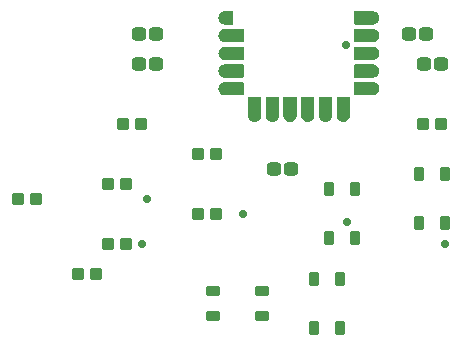
<source format=gts>
G04*
G04 #@! TF.GenerationSoftware,Altium Limited,Altium Designer,25.4.2 (15)*
G04*
G04 Layer_Color=8388736*
%FSLAX44Y44*%
%MOMM*%
G71*
G04*
G04 #@! TF.SameCoordinates,122F49FF-69CD-467C-8DFD-42ED72D14C47*
G04*
G04*
G04 #@! TF.FilePolarity,Negative*
G04*
G01*
G75*
G04:AMPARAMS|DCode=13|XSize=1mm|YSize=1.6mm|CornerRadius=0.25mm|HoleSize=0mm|Usage=FLASHONLY|Rotation=0.000|XOffset=0mm|YOffset=0mm|HoleType=Round|Shape=RoundedRectangle|*
%AMROUNDEDRECTD13*
21,1,1.0000,1.1000,0,0,0.0*
21,1,0.5000,1.6000,0,0,0.0*
1,1,0.5000,0.2500,-0.5500*
1,1,0.5000,-0.2500,-0.5500*
1,1,0.5000,-0.2500,0.5500*
1,1,0.5000,0.2500,0.5500*
%
%ADD13ROUNDEDRECTD13*%
G04:AMPARAMS|DCode=14|XSize=1.6mm|YSize=1mm|CornerRadius=0.25mm|HoleSize=0mm|Usage=FLASHONLY|Rotation=0.000|XOffset=0mm|YOffset=0mm|HoleType=Round|Shape=RoundedRectangle|*
%AMROUNDEDRECTD14*
21,1,1.6000,0.5000,0,0,0.0*
21,1,1.1000,1.0000,0,0,0.0*
1,1,0.5000,0.5500,-0.2500*
1,1,0.5000,-0.5500,-0.2500*
1,1,0.5000,-0.5500,0.2500*
1,1,0.5000,0.5500,0.2500*
%
%ADD14ROUNDEDRECTD14*%
G04:AMPARAMS|DCode=19|XSize=0.9mm|YSize=1mm|CornerRadius=0.225mm|HoleSize=0mm|Usage=FLASHONLY|Rotation=0.000|XOffset=0mm|YOffset=0mm|HoleType=Round|Shape=RoundedRectangle|*
%AMROUNDEDRECTD19*
21,1,0.9000,0.5500,0,0,0.0*
21,1,0.4500,1.0000,0,0,0.0*
1,1,0.4500,0.2250,-0.2750*
1,1,0.4500,-0.2250,-0.2750*
1,1,0.4500,-0.2250,0.2750*
1,1,0.4500,0.2250,0.2750*
%
%ADD19ROUNDEDRECTD19*%
G04:AMPARAMS|DCode=20|XSize=1.128mm|YSize=1.228mm|CornerRadius=0.314mm|HoleSize=0mm|Usage=FLASHONLY|Rotation=90.000|XOffset=0mm|YOffset=0mm|HoleType=Round|Shape=RoundedRectangle|*
%AMROUNDEDRECTD20*
21,1,1.1280,0.6000,0,0,90.0*
21,1,0.5000,1.2280,0,0,90.0*
1,1,0.6280,0.3000,0.2500*
1,1,0.6280,0.3000,-0.2500*
1,1,0.6280,-0.3000,-0.2500*
1,1,0.6280,-0.3000,0.2500*
%
%ADD20ROUNDEDRECTD20*%
G04:AMPARAMS|DCode=21|XSize=1.028mm|YSize=1.078mm|CornerRadius=0.289mm|HoleSize=0mm|Usage=FLASHONLY|Rotation=90.000|XOffset=0mm|YOffset=0mm|HoleType=Round|Shape=RoundedRectangle|*
%AMROUNDEDRECTD21*
21,1,1.0280,0.5000,0,0,90.0*
21,1,0.4500,1.0780,0,0,90.0*
1,1,0.5780,0.2500,0.2250*
1,1,0.5780,0.2500,-0.2250*
1,1,0.5780,-0.2500,-0.2250*
1,1,0.5780,-0.2500,0.2250*
%
%ADD21ROUNDEDRECTD21*%
G04:AMPARAMS|DCode=22|XSize=0.8532mm|YSize=1.2532mm|CornerRadius=0.2641mm|HoleSize=0mm|Usage=FLASHONLY|Rotation=0.000|XOffset=0mm|YOffset=0mm|HoleType=Round|Shape=RoundedRectangle|*
%AMROUNDEDRECTD22*
21,1,0.8532,0.7250,0,0,0.0*
21,1,0.3250,1.2532,0,0,0.0*
1,1,0.5282,0.1625,-0.3625*
1,1,0.5282,-0.1625,-0.3625*
1,1,0.5282,-0.1625,0.3625*
1,1,0.5282,0.1625,0.3625*
%
%ADD22ROUNDEDRECTD22*%
G04:AMPARAMS|DCode=23|XSize=0.8532mm|YSize=1.2532mm|CornerRadius=0.2641mm|HoleSize=0mm|Usage=FLASHONLY|Rotation=270.000|XOffset=0mm|YOffset=0mm|HoleType=Round|Shape=RoundedRectangle|*
%AMROUNDEDRECTD23*
21,1,0.8532,0.7250,0,0,270.0*
21,1,0.3250,1.2532,0,0,270.0*
1,1,0.5282,-0.3625,-0.1625*
1,1,0.5282,-0.3625,0.1625*
1,1,0.5282,0.3625,0.1625*
1,1,0.5282,0.3625,-0.1625*
%
%ADD23ROUNDEDRECTD23*%
%ADD24C,0.7112*%
G36*
X220833Y225684D02*
X220931Y225661D01*
X221024Y225622D01*
X221110Y225569D01*
X221187Y225504D01*
X221252Y225427D01*
X221305Y225341D01*
X221343Y225248D01*
X221367Y225150D01*
X221375Y225050D01*
Y215050D01*
X221367Y214950D01*
X221343Y214852D01*
X221305Y214758D01*
X221252Y214673D01*
X221187Y214596D01*
X221110Y214531D01*
X221024Y214478D01*
X220931Y214439D01*
X220833Y214416D01*
X220733Y214408D01*
X205733D01*
X205724Y214409D01*
X205716Y214408D01*
X205454Y214415D01*
X205438Y214417D01*
X205421D01*
X205160Y214437D01*
X205143Y214440D01*
X205126Y214441D01*
X204867Y214475D01*
X204850Y214479D01*
X204834Y214480D01*
X204576Y214528D01*
X204560Y214532D01*
X204543Y214535D01*
X204289Y214596D01*
X204273Y214601D01*
X204256Y214605D01*
X204005Y214679D01*
X203990Y214685D01*
X203973Y214690D01*
X203727Y214777D01*
X203711Y214784D01*
X203695Y214789D01*
X203453Y214889D01*
X203438Y214897D01*
X203423Y214903D01*
X203186Y215016D01*
X203172Y215024D01*
X203156Y215031D01*
X202926Y215156D01*
X202912Y215165D01*
X202897Y215173D01*
X202674Y215309D01*
X202661Y215319D01*
X202646Y215328D01*
X202430Y215476D01*
X202417Y215486D01*
X202403Y215496D01*
X202195Y215655D01*
X202183Y215666D01*
X202169Y215676D01*
X201970Y215846D01*
X201958Y215858D01*
X201945Y215869D01*
X201755Y216049D01*
X201744Y216061D01*
X201731Y216073D01*
X201551Y216262D01*
X201541Y216276D01*
X201529Y216287D01*
X201359Y216486D01*
X201349Y216500D01*
X201338Y216513D01*
X201178Y216720D01*
X201169Y216734D01*
X201159Y216747D01*
X201010Y216963D01*
X201002Y216978D01*
X200992Y216991D01*
X200855Y217215D01*
X200848Y217229D01*
X200838Y217244D01*
X200714Y217474D01*
X200707Y217489D01*
X200698Y217504D01*
X200585Y217740D01*
X200579Y217756D01*
X200572Y217771D01*
X200472Y218013D01*
X200466Y218029D01*
X200460Y218044D01*
X200372Y218291D01*
X200368Y218307D01*
X200362Y218323D01*
X200287Y218574D01*
X200284Y218590D01*
X200279Y218606D01*
X200218Y218861D01*
X200215Y218877D01*
X200211Y218894D01*
X200163Y219151D01*
X200161Y219168D01*
X200158Y219184D01*
X200124Y219444D01*
X200123Y219460D01*
X200120Y219477D01*
X200100Y219738D01*
Y219755D01*
X200098Y219772D01*
X200091Y220033D01*
X200092Y220050D01*
X200091Y220067D01*
X200098Y220328D01*
X200100Y220345D01*
Y220362D01*
X200120Y220623D01*
X200123Y220640D01*
X200124Y220657D01*
X200158Y220916D01*
X200161Y220932D01*
X200163Y220949D01*
X200211Y221207D01*
X200215Y221223D01*
X200218Y221239D01*
X200279Y221494D01*
X200284Y221510D01*
X200287Y221527D01*
X200362Y221777D01*
X200368Y221793D01*
X200372Y221809D01*
X200460Y222056D01*
X200466Y222071D01*
X200472Y222087D01*
X200572Y222329D01*
X200579Y222344D01*
X200585Y222360D01*
X200698Y222596D01*
X200707Y222611D01*
X200714Y222626D01*
X200838Y222856D01*
X200848Y222871D01*
X200855Y222885D01*
X200992Y223109D01*
X201002Y223122D01*
X201010Y223137D01*
X201159Y223353D01*
X201169Y223365D01*
X201178Y223380D01*
X201338Y223587D01*
X201349Y223600D01*
X201359Y223613D01*
X201529Y223813D01*
X201541Y223825D01*
X201551Y223838D01*
X201731Y224028D01*
X201744Y224039D01*
X201755Y224051D01*
X201945Y224231D01*
X201958Y224242D01*
X201970Y224254D01*
X202169Y224424D01*
X202183Y224434D01*
X202195Y224445D01*
X202403Y224604D01*
X202417Y224614D01*
X202430Y224624D01*
X202646Y224772D01*
X202661Y224781D01*
X202674Y224791D01*
X202897Y224928D01*
X202912Y224935D01*
X202926Y224944D01*
X203157Y225069D01*
X203172Y225076D01*
X203186Y225084D01*
X203423Y225197D01*
X203438Y225203D01*
X203453Y225211D01*
X203695Y225311D01*
X203711Y225316D01*
X203727Y225323D01*
X203973Y225410D01*
X203990Y225415D01*
X204005Y225421D01*
X204256Y225495D01*
X204273Y225499D01*
X204289Y225504D01*
X204543Y225565D01*
X204560Y225568D01*
X204576Y225572D01*
X204834Y225620D01*
X204850Y225621D01*
X204867Y225625D01*
X205126Y225659D01*
X205143Y225660D01*
X205160Y225663D01*
X205421Y225683D01*
X205438D01*
X205454Y225685D01*
X205716Y225692D01*
X205724Y225691D01*
X205733Y225692D01*
X220733D01*
X220833Y225684D01*
D02*
G37*
G36*
X235833Y213184D02*
X235931Y213161D01*
X236024Y213122D01*
X236110Y213069D01*
X236187Y213004D01*
X236252Y212927D01*
X236305Y212841D01*
X236343Y212748D01*
X236367Y212650D01*
X236375Y212550D01*
Y197550D01*
X236374Y197542D01*
X236374Y197533D01*
X236368Y197272D01*
X236366Y197255D01*
Y197238D01*
X236345Y196977D01*
X236343Y196960D01*
X236342Y196944D01*
X236308Y196684D01*
X236304Y196668D01*
X236302Y196651D01*
X236255Y196394D01*
X236250Y196377D01*
X236248Y196361D01*
X236187Y196106D01*
X236181Y196090D01*
X236178Y196074D01*
X236103Y195823D01*
X236098Y195807D01*
X236093Y195791D01*
X236006Y195544D01*
X235999Y195529D01*
X235994Y195513D01*
X235894Y195271D01*
X235886Y195256D01*
X235880Y195240D01*
X235767Y195004D01*
X235759Y194989D01*
X235752Y194974D01*
X235627Y194744D01*
X235618Y194729D01*
X235610Y194715D01*
X235473Y194491D01*
X235464Y194478D01*
X235455Y194463D01*
X235307Y194247D01*
X235296Y194234D01*
X235287Y194220D01*
X235128Y194013D01*
X235117Y194000D01*
X235107Y193986D01*
X234937Y193787D01*
X234925Y193775D01*
X234914Y193762D01*
X234734Y193573D01*
X234721Y193561D01*
X234710Y193549D01*
X234520Y193369D01*
X234507Y193358D01*
X234495Y193346D01*
X234296Y193176D01*
X234283Y193166D01*
X234270Y193155D01*
X234062Y192996D01*
X234048Y192986D01*
X234035Y192976D01*
X233820Y192828D01*
X233805Y192819D01*
X233791Y192809D01*
X233568Y192673D01*
X233553Y192665D01*
X233539Y192656D01*
X233309Y192531D01*
X233294Y192524D01*
X233279Y192516D01*
X233043Y192403D01*
X233027Y192397D01*
X233012Y192389D01*
X232770Y192289D01*
X232754Y192284D01*
X232739Y192277D01*
X232492Y192190D01*
X232476Y192185D01*
X232460Y192179D01*
X232209Y192105D01*
X232193Y192101D01*
X232177Y192096D01*
X231922Y192035D01*
X231905Y192032D01*
X231889Y192028D01*
X231632Y191980D01*
X231615Y191979D01*
X231599Y191975D01*
X231339Y191941D01*
X231322Y191940D01*
X231306Y191937D01*
X231045Y191917D01*
X231028D01*
X231011Y191915D01*
X230749Y191908D01*
X230733Y191909D01*
X230716Y191908D01*
X230454Y191915D01*
X230438Y191917D01*
X230421D01*
X230160Y191937D01*
X230143Y191940D01*
X230126Y191941D01*
X229867Y191975D01*
X229850Y191979D01*
X229834Y191980D01*
X229576Y192028D01*
X229560Y192032D01*
X229543Y192035D01*
X229289Y192096D01*
X229273Y192101D01*
X229256Y192105D01*
X229005Y192179D01*
X228990Y192185D01*
X228973Y192190D01*
X228727Y192277D01*
X228711Y192284D01*
X228695Y192289D01*
X228453Y192389D01*
X228438Y192397D01*
X228423Y192403D01*
X228186Y192516D01*
X228172Y192524D01*
X228156Y192531D01*
X227926Y192656D01*
X227912Y192665D01*
X227897Y192673D01*
X227674Y192809D01*
X227661Y192819D01*
X227646Y192828D01*
X227430Y192976D01*
X227417Y192986D01*
X227403Y192996D01*
X227195Y193155D01*
X227183Y193166D01*
X227169Y193176D01*
X226970Y193346D01*
X226958Y193358D01*
X226945Y193369D01*
X226755Y193549D01*
X226744Y193561D01*
X226731Y193573D01*
X226551Y193762D01*
X226541Y193776D01*
X226529Y193787D01*
X226359Y193986D01*
X226349Y194000D01*
X226338Y194013D01*
X226178Y194220D01*
X226169Y194234D01*
X226159Y194247D01*
X226010Y194463D01*
X226002Y194478D01*
X225992Y194491D01*
X225855Y194715D01*
X225848Y194729D01*
X225838Y194744D01*
X225714Y194974D01*
X225707Y194989D01*
X225698Y195004D01*
X225585Y195240D01*
X225579Y195256D01*
X225572Y195271D01*
X225472Y195513D01*
X225466Y195529D01*
X225460Y195544D01*
X225372Y195791D01*
X225368Y195807D01*
X225362Y195823D01*
X225287Y196074D01*
X225284Y196090D01*
X225279Y196106D01*
X225218Y196361D01*
X225215Y196377D01*
X225211Y196394D01*
X225163Y196651D01*
X225161Y196668D01*
X225158Y196684D01*
X225124Y196944D01*
X225123Y196960D01*
X225120Y196977D01*
X225100Y197238D01*
Y197255D01*
X225098Y197272D01*
X225091Y197533D01*
X225091Y197542D01*
X225091Y197550D01*
Y212550D01*
X225099Y212650D01*
X225122Y212748D01*
X225161Y212841D01*
X225213Y212927D01*
X225279Y213004D01*
X225355Y213069D01*
X225441Y213122D01*
X225534Y213161D01*
X225632Y213184D01*
X225733Y213192D01*
X235733D01*
X235833Y213184D01*
D02*
G37*
G36*
X250833D02*
X250931Y213161D01*
X251024Y213122D01*
X251110Y213069D01*
X251187Y213004D01*
X251252Y212927D01*
X251305Y212841D01*
X251343Y212748D01*
X251367Y212650D01*
X251375Y212550D01*
Y197550D01*
X251374Y197542D01*
X251374Y197533D01*
X251368Y197271D01*
X251366Y197255D01*
Y197238D01*
X251345Y196977D01*
X251343Y196960D01*
X251342Y196944D01*
X251308Y196684D01*
X251304Y196668D01*
X251302Y196651D01*
X251255Y196394D01*
X251250Y196377D01*
X251248Y196361D01*
X251187Y196106D01*
X251181Y196090D01*
X251178Y196074D01*
X251103Y195823D01*
X251098Y195807D01*
X251093Y195791D01*
X251006Y195544D01*
X250999Y195529D01*
X250994Y195513D01*
X250894Y195271D01*
X250886Y195256D01*
X250880Y195240D01*
X250767Y195004D01*
X250759Y194989D01*
X250752Y194974D01*
X250627Y194744D01*
X250618Y194730D01*
X250610Y194715D01*
X250473Y194491D01*
X250464Y194478D01*
X250455Y194463D01*
X250307Y194247D01*
X250296Y194235D01*
X250287Y194220D01*
X250128Y194013D01*
X250117Y194000D01*
X250107Y193986D01*
X249937Y193787D01*
X249925Y193776D01*
X249914Y193762D01*
X249734Y193573D01*
X249721Y193561D01*
X249710Y193549D01*
X249520Y193369D01*
X249507Y193358D01*
X249495Y193346D01*
X249296Y193176D01*
X249283Y193166D01*
X249270Y193155D01*
X249062Y192996D01*
X249048Y192986D01*
X249035Y192976D01*
X248820Y192828D01*
X248805Y192819D01*
X248791Y192809D01*
X248568Y192673D01*
X248553Y192665D01*
X248539Y192656D01*
X248309Y192531D01*
X248294Y192524D01*
X248279Y192516D01*
X248043Y192403D01*
X248027Y192397D01*
X248012Y192389D01*
X247770Y192289D01*
X247754Y192284D01*
X247739Y192277D01*
X247492Y192190D01*
X247476Y192185D01*
X247460Y192179D01*
X247209Y192105D01*
X247193Y192101D01*
X247177Y192096D01*
X246922Y192035D01*
X246905Y192032D01*
X246889Y192028D01*
X246632Y191980D01*
X246615Y191979D01*
X246599Y191975D01*
X246339Y191941D01*
X246322Y191940D01*
X246306Y191937D01*
X246045Y191917D01*
X246028D01*
X246011Y191915D01*
X245749Y191908D01*
X245733Y191909D01*
X245716Y191908D01*
X245454Y191915D01*
X245438Y191917D01*
X245421D01*
X245160Y191937D01*
X245143Y191940D01*
X245126Y191941D01*
X244867Y191975D01*
X244850Y191979D01*
X244834Y191980D01*
X244576Y192028D01*
X244560Y192032D01*
X244543Y192035D01*
X244289Y192096D01*
X244273Y192101D01*
X244256Y192105D01*
X244005Y192179D01*
X243990Y192185D01*
X243973Y192190D01*
X243727Y192277D01*
X243711Y192284D01*
X243695Y192289D01*
X243453Y192389D01*
X243438Y192397D01*
X243423Y192403D01*
X243186Y192516D01*
X243172Y192524D01*
X243156Y192531D01*
X242926Y192656D01*
X242912Y192665D01*
X242897Y192673D01*
X242674Y192809D01*
X242661Y192819D01*
X242646Y192828D01*
X242430Y192976D01*
X242417Y192986D01*
X242403Y192996D01*
X242195Y193155D01*
X242183Y193166D01*
X242169Y193176D01*
X241970Y193346D01*
X241958Y193358D01*
X241945Y193369D01*
X241755Y193549D01*
X241744Y193561D01*
X241731Y193573D01*
X241551Y193762D01*
X241541Y193776D01*
X241529Y193787D01*
X241359Y193986D01*
X241349Y194000D01*
X241338Y194013D01*
X241178Y194220D01*
X241169Y194234D01*
X241159Y194247D01*
X241010Y194463D01*
X241002Y194478D01*
X240992Y194491D01*
X240855Y194715D01*
X240848Y194729D01*
X240838Y194744D01*
X240714Y194974D01*
X240707Y194989D01*
X240698Y195004D01*
X240585Y195240D01*
X240579Y195256D01*
X240572Y195271D01*
X240472Y195513D01*
X240466Y195529D01*
X240460Y195544D01*
X240372Y195791D01*
X240368Y195807D01*
X240362Y195823D01*
X240287Y196074D01*
X240284Y196090D01*
X240279Y196106D01*
X240218Y196361D01*
X240215Y196377D01*
X240211Y196394D01*
X240163Y196651D01*
X240161Y196668D01*
X240158Y196684D01*
X240124Y196944D01*
X240123Y196961D01*
X240120Y196977D01*
X240100Y197238D01*
Y197255D01*
X240098Y197271D01*
X240091Y197533D01*
X240091Y197542D01*
X240091Y197550D01*
Y212550D01*
X240099Y212650D01*
X240122Y212748D01*
X240161Y212841D01*
X240213Y212927D01*
X240279Y213004D01*
X240355Y213069D01*
X240441Y213122D01*
X240534Y213161D01*
X240632Y213184D01*
X240733Y213192D01*
X250733D01*
X250833Y213184D01*
D02*
G37*
G36*
X265833D02*
X265931Y213161D01*
X266024Y213122D01*
X266110Y213069D01*
X266187Y213004D01*
X266252Y212927D01*
X266305Y212841D01*
X266343Y212748D01*
X266367Y212650D01*
X266375Y212550D01*
Y197550D01*
X266374Y197542D01*
X266374Y197533D01*
X266368Y197271D01*
X266366Y197255D01*
Y197238D01*
X266345Y196977D01*
X266343Y196960D01*
X266342Y196944D01*
X266308Y196684D01*
X266304Y196668D01*
X266302Y196651D01*
X266255Y196394D01*
X266250Y196377D01*
X266248Y196361D01*
X266187Y196106D01*
X266181Y196090D01*
X266178Y196074D01*
X266103Y195823D01*
X266098Y195807D01*
X266093Y195791D01*
X266006Y195544D01*
X265999Y195529D01*
X265994Y195513D01*
X265893Y195271D01*
X265886Y195256D01*
X265880Y195240D01*
X265767Y195004D01*
X265759Y194989D01*
X265752Y194974D01*
X265627Y194744D01*
X265618Y194730D01*
X265610Y194715D01*
X265473Y194491D01*
X265464Y194478D01*
X265455Y194463D01*
X265307Y194247D01*
X265296Y194235D01*
X265287Y194220D01*
X265128Y194013D01*
X265117Y194000D01*
X265107Y193986D01*
X264937Y193787D01*
X264925Y193776D01*
X264914Y193762D01*
X264734Y193573D01*
X264721Y193561D01*
X264710Y193549D01*
X264520Y193369D01*
X264507Y193358D01*
X264495Y193346D01*
X264296Y193176D01*
X264283Y193166D01*
X264270Y193155D01*
X264062Y192996D01*
X264048Y192986D01*
X264035Y192976D01*
X263820Y192828D01*
X263805Y192819D01*
X263791Y192809D01*
X263568Y192673D01*
X263553Y192665D01*
X263539Y192656D01*
X263309Y192531D01*
X263294Y192524D01*
X263279Y192516D01*
X263043Y192403D01*
X263027Y192397D01*
X263012Y192389D01*
X262770Y192289D01*
X262754Y192284D01*
X262739Y192277D01*
X262492Y192190D01*
X262476Y192185D01*
X262460Y192179D01*
X262209Y192105D01*
X262193Y192101D01*
X262177Y192096D01*
X261922Y192035D01*
X261905Y192032D01*
X261889Y192028D01*
X261632Y191980D01*
X261615Y191979D01*
X261599Y191975D01*
X261339Y191941D01*
X261322Y191940D01*
X261306Y191937D01*
X261045Y191917D01*
X261028D01*
X261011Y191915D01*
X260749Y191908D01*
X260733Y191909D01*
X260716Y191908D01*
X260454Y191915D01*
X260438Y191917D01*
X260421D01*
X260160Y191937D01*
X260143Y191940D01*
X260126Y191941D01*
X259867Y191975D01*
X259850Y191979D01*
X259834Y191980D01*
X259576Y192028D01*
X259560Y192032D01*
X259543Y192035D01*
X259289Y192096D01*
X259273Y192101D01*
X259256Y192105D01*
X259005Y192179D01*
X258990Y192185D01*
X258973Y192190D01*
X258727Y192277D01*
X258711Y192284D01*
X258695Y192289D01*
X258453Y192389D01*
X258438Y192397D01*
X258423Y192403D01*
X258186Y192516D01*
X258172Y192524D01*
X258156Y192531D01*
X257926Y192656D01*
X257912Y192665D01*
X257897Y192673D01*
X257674Y192809D01*
X257661Y192819D01*
X257646Y192828D01*
X257430Y192976D01*
X257417Y192986D01*
X257403Y192996D01*
X257195Y193155D01*
X257183Y193166D01*
X257169Y193176D01*
X256970Y193346D01*
X256958Y193358D01*
X256945Y193369D01*
X256755Y193549D01*
X256744Y193561D01*
X256731Y193573D01*
X256551Y193762D01*
X256541Y193776D01*
X256529Y193787D01*
X256359Y193986D01*
X256349Y194000D01*
X256338Y194013D01*
X256178Y194220D01*
X256169Y194234D01*
X256159Y194247D01*
X256010Y194463D01*
X256002Y194478D01*
X255992Y194491D01*
X255855Y194715D01*
X255848Y194729D01*
X255838Y194744D01*
X255714Y194974D01*
X255707Y194989D01*
X255698Y195004D01*
X255585Y195240D01*
X255579Y195256D01*
X255572Y195271D01*
X255472Y195513D01*
X255466Y195529D01*
X255460Y195544D01*
X255372Y195791D01*
X255368Y195807D01*
X255362Y195823D01*
X255288Y196074D01*
X255284Y196090D01*
X255279Y196106D01*
X255218Y196361D01*
X255215Y196377D01*
X255211Y196394D01*
X255163Y196651D01*
X255161Y196667D01*
X255158Y196684D01*
X255124Y196943D01*
X255123Y196960D01*
X255120Y196977D01*
X255100Y197238D01*
Y197255D01*
X255098Y197271D01*
X255091Y197533D01*
X255091Y197542D01*
X255091Y197550D01*
Y212550D01*
X255099Y212650D01*
X255122Y212748D01*
X255161Y212841D01*
X255213Y212927D01*
X255279Y213004D01*
X255355Y213069D01*
X255441Y213122D01*
X255534Y213161D01*
X255632Y213184D01*
X255733Y213192D01*
X265733D01*
X265833Y213184D01*
D02*
G37*
G36*
X220833Y240684D02*
X220931Y240661D01*
X221024Y240622D01*
X221110Y240569D01*
X221187Y240504D01*
X221252Y240427D01*
X221305Y240341D01*
X221343Y240248D01*
X221367Y240150D01*
X221375Y240050D01*
Y230050D01*
X221367Y229950D01*
X221343Y229852D01*
X221305Y229758D01*
X221252Y229673D01*
X221187Y229596D01*
X221110Y229531D01*
X221024Y229478D01*
X220931Y229439D01*
X220833Y229416D01*
X220733Y229408D01*
X205733D01*
X205724Y229409D01*
X205716Y229408D01*
X205454Y229415D01*
X205438Y229417D01*
X205421D01*
X205160Y229437D01*
X205143Y229440D01*
X205126Y229441D01*
X204867Y229475D01*
X204850Y229479D01*
X204834Y229480D01*
X204576Y229528D01*
X204560Y229532D01*
X204543Y229535D01*
X204289Y229596D01*
X204273Y229601D01*
X204256Y229605D01*
X204005Y229679D01*
X203990Y229685D01*
X203973Y229690D01*
X203727Y229777D01*
X203711Y229784D01*
X203695Y229789D01*
X203453Y229889D01*
X203438Y229897D01*
X203423Y229903D01*
X203186Y230016D01*
X203172Y230024D01*
X203156Y230031D01*
X202926Y230156D01*
X202912Y230165D01*
X202897Y230173D01*
X202674Y230309D01*
X202661Y230319D01*
X202646Y230328D01*
X202430Y230476D01*
X202417Y230486D01*
X202403Y230496D01*
X202195Y230655D01*
X202183Y230666D01*
X202169Y230676D01*
X201970Y230846D01*
X201958Y230858D01*
X201945Y230869D01*
X201755Y231049D01*
X201744Y231061D01*
X201731Y231073D01*
X201551Y231262D01*
X201541Y231276D01*
X201529Y231287D01*
X201359Y231486D01*
X201349Y231500D01*
X201338Y231513D01*
X201178Y231720D01*
X201169Y231734D01*
X201159Y231747D01*
X201010Y231963D01*
X201002Y231978D01*
X200992Y231991D01*
X200855Y232215D01*
X200848Y232229D01*
X200838Y232244D01*
X200714Y232474D01*
X200707Y232489D01*
X200698Y232504D01*
X200585Y232740D01*
X200579Y232756D01*
X200572Y232771D01*
X200472Y233013D01*
X200466Y233029D01*
X200460Y233044D01*
X200372Y233291D01*
X200368Y233307D01*
X200362Y233323D01*
X200287Y233574D01*
X200284Y233590D01*
X200279Y233606D01*
X200218Y233861D01*
X200215Y233877D01*
X200211Y233894D01*
X200163Y234151D01*
X200161Y234168D01*
X200158Y234184D01*
X200124Y234444D01*
X200123Y234460D01*
X200120Y234477D01*
X200100Y234738D01*
Y234755D01*
X200098Y234772D01*
X200091Y235033D01*
X200092Y235050D01*
X200091Y235067D01*
X200098Y235329D01*
X200100Y235345D01*
Y235362D01*
X200120Y235623D01*
X200123Y235640D01*
X200124Y235657D01*
X200158Y235916D01*
X200161Y235932D01*
X200163Y235949D01*
X200211Y236207D01*
X200215Y236223D01*
X200218Y236239D01*
X200279Y236494D01*
X200284Y236510D01*
X200287Y236527D01*
X200362Y236777D01*
X200368Y236793D01*
X200372Y236809D01*
X200460Y237056D01*
X200466Y237071D01*
X200472Y237087D01*
X200572Y237329D01*
X200579Y237344D01*
X200586Y237360D01*
X200698Y237596D01*
X200707Y237611D01*
X200714Y237626D01*
X200838Y237856D01*
X200848Y237871D01*
X200855Y237885D01*
X200992Y238109D01*
X201002Y238122D01*
X201010Y238137D01*
X201159Y238353D01*
X201169Y238366D01*
X201178Y238380D01*
X201338Y238587D01*
X201349Y238600D01*
X201359Y238613D01*
X201529Y238813D01*
X201541Y238825D01*
X201551Y238838D01*
X201731Y239028D01*
X201744Y239039D01*
X201755Y239051D01*
X201945Y239231D01*
X201958Y239242D01*
X201970Y239254D01*
X202169Y239424D01*
X202183Y239434D01*
X202195Y239445D01*
X202403Y239604D01*
X202417Y239614D01*
X202430Y239624D01*
X202646Y239772D01*
X202661Y239781D01*
X202674Y239791D01*
X202897Y239928D01*
X202912Y239935D01*
X202926Y239944D01*
X203157Y240069D01*
X203172Y240076D01*
X203186Y240084D01*
X203423Y240197D01*
X203438Y240203D01*
X203453Y240211D01*
X203695Y240311D01*
X203711Y240316D01*
X203727Y240323D01*
X203973Y240410D01*
X203990Y240415D01*
X204005Y240421D01*
X204256Y240495D01*
X204273Y240499D01*
X204289Y240504D01*
X204543Y240565D01*
X204560Y240568D01*
X204576Y240572D01*
X204834Y240620D01*
X204850Y240621D01*
X204867Y240625D01*
X205126Y240659D01*
X205143Y240660D01*
X205160Y240663D01*
X205421Y240683D01*
X205438D01*
X205454Y240685D01*
X205716Y240692D01*
X205724Y240691D01*
X205733Y240692D01*
X220733D01*
X220833Y240684D01*
D02*
G37*
G36*
Y255684D02*
X220931Y255661D01*
X221024Y255622D01*
X221110Y255569D01*
X221187Y255504D01*
X221252Y255427D01*
X221305Y255341D01*
X221343Y255248D01*
X221367Y255150D01*
X221375Y255050D01*
Y245050D01*
X221367Y244950D01*
X221343Y244852D01*
X221305Y244758D01*
X221252Y244673D01*
X221187Y244596D01*
X221110Y244531D01*
X221024Y244478D01*
X220931Y244439D01*
X220833Y244416D01*
X220733Y244408D01*
X205733D01*
X205724Y244409D01*
X205716Y244408D01*
X205454Y244415D01*
X205438Y244417D01*
X205421D01*
X205160Y244437D01*
X205143Y244440D01*
X205126Y244441D01*
X204867Y244475D01*
X204850Y244479D01*
X204834Y244480D01*
X204576Y244528D01*
X204560Y244532D01*
X204543Y244535D01*
X204289Y244596D01*
X204273Y244601D01*
X204256Y244605D01*
X204005Y244679D01*
X203990Y244685D01*
X203973Y244690D01*
X203727Y244777D01*
X203711Y244784D01*
X203695Y244789D01*
X203453Y244889D01*
X203438Y244897D01*
X203423Y244903D01*
X203186Y245016D01*
X203172Y245024D01*
X203156Y245031D01*
X202926Y245156D01*
X202912Y245165D01*
X202897Y245173D01*
X202674Y245309D01*
X202661Y245319D01*
X202646Y245328D01*
X202430Y245476D01*
X202417Y245486D01*
X202403Y245496D01*
X202195Y245655D01*
X202183Y245666D01*
X202169Y245676D01*
X201970Y245846D01*
X201958Y245858D01*
X201945Y245869D01*
X201755Y246049D01*
X201744Y246061D01*
X201731Y246073D01*
X201551Y246262D01*
X201541Y246276D01*
X201529Y246287D01*
X201359Y246486D01*
X201349Y246500D01*
X201338Y246513D01*
X201178Y246720D01*
X201169Y246734D01*
X201159Y246747D01*
X201010Y246963D01*
X201002Y246978D01*
X200992Y246991D01*
X200855Y247215D01*
X200848Y247229D01*
X200838Y247244D01*
X200714Y247474D01*
X200707Y247489D01*
X200698Y247504D01*
X200585Y247740D01*
X200579Y247756D01*
X200572Y247771D01*
X200472Y248013D01*
X200466Y248029D01*
X200460Y248044D01*
X200372Y248291D01*
X200368Y248307D01*
X200362Y248323D01*
X200287Y248574D01*
X200284Y248590D01*
X200279Y248606D01*
X200218Y248861D01*
X200215Y248877D01*
X200211Y248894D01*
X200163Y249151D01*
X200161Y249168D01*
X200158Y249184D01*
X200124Y249444D01*
X200123Y249460D01*
X200120Y249477D01*
X200100Y249738D01*
Y249755D01*
X200098Y249772D01*
X200091Y250033D01*
X200092Y250050D01*
X200091Y250067D01*
X200098Y250329D01*
X200100Y250345D01*
Y250362D01*
X200120Y250623D01*
X200123Y250640D01*
X200124Y250656D01*
X200158Y250916D01*
X200161Y250932D01*
X200163Y250949D01*
X200211Y251207D01*
X200215Y251223D01*
X200218Y251239D01*
X200279Y251494D01*
X200284Y251510D01*
X200287Y251526D01*
X200362Y251777D01*
X200368Y251793D01*
X200372Y251809D01*
X200460Y252056D01*
X200466Y252071D01*
X200472Y252087D01*
X200572Y252329D01*
X200579Y252344D01*
X200585Y252360D01*
X200698Y252596D01*
X200707Y252611D01*
X200714Y252626D01*
X200838Y252856D01*
X200848Y252871D01*
X200855Y252885D01*
X200992Y253109D01*
X201002Y253122D01*
X201010Y253137D01*
X201159Y253353D01*
X201169Y253366D01*
X201178Y253380D01*
X201338Y253587D01*
X201349Y253600D01*
X201359Y253613D01*
X201529Y253813D01*
X201541Y253825D01*
X201551Y253838D01*
X201731Y254028D01*
X201744Y254039D01*
X201755Y254051D01*
X201945Y254231D01*
X201958Y254242D01*
X201970Y254254D01*
X202169Y254424D01*
X202183Y254434D01*
X202195Y254445D01*
X202403Y254604D01*
X202417Y254614D01*
X202430Y254624D01*
X202646Y254772D01*
X202661Y254781D01*
X202674Y254791D01*
X202897Y254928D01*
X202912Y254935D01*
X202926Y254944D01*
X203157Y255069D01*
X203172Y255076D01*
X203186Y255084D01*
X203423Y255197D01*
X203438Y255203D01*
X203453Y255211D01*
X203695Y255311D01*
X203711Y255316D01*
X203727Y255323D01*
X203973Y255410D01*
X203990Y255415D01*
X204005Y255421D01*
X204256Y255495D01*
X204273Y255499D01*
X204289Y255504D01*
X204543Y255565D01*
X204560Y255568D01*
X204576Y255572D01*
X204834Y255620D01*
X204850Y255621D01*
X204867Y255625D01*
X205126Y255659D01*
X205143Y255660D01*
X205160Y255663D01*
X205421Y255683D01*
X205438D01*
X205454Y255685D01*
X205716Y255692D01*
X205724Y255691D01*
X205733Y255692D01*
X220733D01*
X220833Y255684D01*
D02*
G37*
G36*
Y270684D02*
X220931Y270661D01*
X221024Y270622D01*
X221110Y270569D01*
X221187Y270504D01*
X221252Y270427D01*
X221305Y270341D01*
X221343Y270248D01*
X221367Y270150D01*
X221375Y270050D01*
Y260050D01*
X221367Y259950D01*
X221343Y259852D01*
X221305Y259758D01*
X221252Y259673D01*
X221187Y259596D01*
X221110Y259531D01*
X221024Y259478D01*
X220931Y259439D01*
X220833Y259416D01*
X220733Y259408D01*
X205733D01*
X205724Y259409D01*
X205716Y259408D01*
X205454Y259415D01*
X205438Y259417D01*
X205421D01*
X205160Y259437D01*
X205143Y259440D01*
X205126Y259441D01*
X204867Y259475D01*
X204850Y259479D01*
X204834Y259480D01*
X204576Y259528D01*
X204560Y259532D01*
X204543Y259535D01*
X204289Y259596D01*
X204273Y259601D01*
X204256Y259605D01*
X204005Y259679D01*
X203990Y259685D01*
X203973Y259690D01*
X203727Y259777D01*
X203711Y259784D01*
X203695Y259789D01*
X203453Y259889D01*
X203438Y259897D01*
X203423Y259903D01*
X203186Y260016D01*
X203172Y260024D01*
X203157Y260031D01*
X202926Y260156D01*
X202912Y260165D01*
X202897Y260173D01*
X202674Y260309D01*
X202661Y260319D01*
X202646Y260327D01*
X202430Y260476D01*
X202417Y260486D01*
X202403Y260496D01*
X202195Y260655D01*
X202183Y260666D01*
X202169Y260676D01*
X201970Y260846D01*
X201958Y260858D01*
X201945Y260869D01*
X201755Y261049D01*
X201744Y261061D01*
X201731Y261073D01*
X201551Y261262D01*
X201541Y261276D01*
X201529Y261287D01*
X201359Y261486D01*
X201349Y261500D01*
X201338Y261513D01*
X201178Y261720D01*
X201169Y261734D01*
X201159Y261747D01*
X201010Y261963D01*
X201002Y261978D01*
X200992Y261991D01*
X200855Y262215D01*
X200848Y262229D01*
X200838Y262244D01*
X200714Y262474D01*
X200707Y262489D01*
X200698Y262504D01*
X200585Y262740D01*
X200579Y262756D01*
X200572Y262771D01*
X200472Y263013D01*
X200466Y263029D01*
X200460Y263044D01*
X200372Y263291D01*
X200368Y263307D01*
X200362Y263323D01*
X200287Y263574D01*
X200284Y263590D01*
X200279Y263606D01*
X200218Y263861D01*
X200215Y263877D01*
X200211Y263894D01*
X200163Y264151D01*
X200161Y264168D01*
X200158Y264184D01*
X200124Y264444D01*
X200123Y264460D01*
X200120Y264477D01*
X200100Y264738D01*
Y264755D01*
X200098Y264772D01*
X200091Y265033D01*
X200092Y265050D01*
X200091Y265067D01*
X200098Y265329D01*
X200100Y265345D01*
Y265362D01*
X200120Y265623D01*
X200123Y265640D01*
X200124Y265656D01*
X200158Y265916D01*
X200161Y265932D01*
X200163Y265949D01*
X200211Y266207D01*
X200215Y266223D01*
X200218Y266239D01*
X200279Y266494D01*
X200284Y266510D01*
X200287Y266526D01*
X200362Y266777D01*
X200368Y266793D01*
X200372Y266809D01*
X200460Y267056D01*
X200466Y267071D01*
X200472Y267087D01*
X200572Y267329D01*
X200579Y267344D01*
X200585Y267360D01*
X200698Y267596D01*
X200707Y267611D01*
X200714Y267626D01*
X200838Y267856D01*
X200848Y267871D01*
X200855Y267885D01*
X200992Y268109D01*
X201002Y268122D01*
X201010Y268137D01*
X201159Y268353D01*
X201169Y268366D01*
X201178Y268380D01*
X201338Y268587D01*
X201349Y268600D01*
X201359Y268614D01*
X201529Y268813D01*
X201541Y268825D01*
X201551Y268838D01*
X201731Y269028D01*
X201744Y269039D01*
X201755Y269051D01*
X201945Y269231D01*
X201958Y269242D01*
X201970Y269254D01*
X202169Y269424D01*
X202183Y269434D01*
X202195Y269445D01*
X202403Y269604D01*
X202417Y269614D01*
X202430Y269624D01*
X202646Y269772D01*
X202661Y269781D01*
X202674Y269791D01*
X202897Y269928D01*
X202912Y269935D01*
X202926Y269944D01*
X203156Y270069D01*
X203172Y270076D01*
X203186Y270084D01*
X203423Y270197D01*
X203438Y270203D01*
X203453Y270211D01*
X203695Y270311D01*
X203711Y270316D01*
X203727Y270323D01*
X203973Y270410D01*
X203990Y270415D01*
X204005Y270421D01*
X204256Y270495D01*
X204273Y270499D01*
X204289Y270504D01*
X204543Y270565D01*
X204560Y270568D01*
X204576Y270572D01*
X204834Y270620D01*
X204850Y270621D01*
X204867Y270625D01*
X205126Y270659D01*
X205143Y270660D01*
X205160Y270663D01*
X205421Y270683D01*
X205438D01*
X205454Y270685D01*
X205716Y270692D01*
X205724Y270691D01*
X205733Y270692D01*
X220733D01*
X220833Y270684D01*
D02*
G37*
G36*
X211833Y285684D02*
X211931Y285661D01*
X212024Y285622D01*
X212110Y285569D01*
X212187Y285504D01*
X212252Y285427D01*
X212305Y285341D01*
X212343Y285248D01*
X212367Y285150D01*
X212375Y285050D01*
Y275050D01*
X212367Y274950D01*
X212343Y274852D01*
X212305Y274758D01*
X212252Y274673D01*
X212187Y274596D01*
X212110Y274531D01*
X212024Y274478D01*
X211931Y274439D01*
X211833Y274416D01*
X211733Y274408D01*
X205733D01*
X205724Y274409D01*
X205716Y274408D01*
X205454Y274415D01*
X205438Y274417D01*
X205421D01*
X205160Y274437D01*
X205143Y274440D01*
X205126Y274441D01*
X204867Y274475D01*
X204850Y274479D01*
X204834Y274480D01*
X204576Y274528D01*
X204560Y274532D01*
X204543Y274535D01*
X204289Y274596D01*
X204273Y274601D01*
X204256Y274605D01*
X204005Y274679D01*
X203990Y274685D01*
X203973Y274690D01*
X203727Y274777D01*
X203711Y274784D01*
X203695Y274789D01*
X203453Y274889D01*
X203438Y274897D01*
X203423Y274903D01*
X203186Y275016D01*
X203172Y275024D01*
X203157Y275031D01*
X202926Y275156D01*
X202912Y275165D01*
X202897Y275173D01*
X202674Y275309D01*
X202661Y275319D01*
X202646Y275327D01*
X202430Y275476D01*
X202417Y275486D01*
X202403Y275496D01*
X202195Y275655D01*
X202183Y275666D01*
X202169Y275676D01*
X201970Y275846D01*
X201958Y275858D01*
X201945Y275869D01*
X201755Y276049D01*
X201744Y276061D01*
X201731Y276073D01*
X201551Y276262D01*
X201541Y276276D01*
X201529Y276287D01*
X201359Y276486D01*
X201349Y276500D01*
X201338Y276513D01*
X201178Y276720D01*
X201169Y276734D01*
X201159Y276747D01*
X201010Y276963D01*
X201002Y276978D01*
X200992Y276991D01*
X200855Y277215D01*
X200848Y277229D01*
X200838Y277244D01*
X200714Y277474D01*
X200707Y277489D01*
X200698Y277504D01*
X200585Y277740D01*
X200579Y277756D01*
X200572Y277771D01*
X200472Y278013D01*
X200466Y278029D01*
X200460Y278044D01*
X200372Y278291D01*
X200368Y278307D01*
X200362Y278323D01*
X200287Y278574D01*
X200284Y278590D01*
X200279Y278606D01*
X200218Y278861D01*
X200215Y278877D01*
X200211Y278894D01*
X200163Y279151D01*
X200161Y279168D01*
X200158Y279184D01*
X200124Y279444D01*
X200123Y279460D01*
X200120Y279477D01*
X200100Y279738D01*
Y279755D01*
X200098Y279772D01*
X200091Y280033D01*
X200092Y280050D01*
X200091Y280067D01*
X200098Y280328D01*
X200100Y280345D01*
Y280362D01*
X200120Y280623D01*
X200123Y280640D01*
X200124Y280656D01*
X200158Y280916D01*
X200161Y280932D01*
X200163Y280949D01*
X200211Y281206D01*
X200215Y281223D01*
X200218Y281239D01*
X200279Y281494D01*
X200284Y281510D01*
X200287Y281526D01*
X200362Y281777D01*
X200368Y281793D01*
X200372Y281809D01*
X200460Y282056D01*
X200466Y282071D01*
X200472Y282087D01*
X200572Y282329D01*
X200579Y282344D01*
X200585Y282360D01*
X200698Y282596D01*
X200707Y282611D01*
X200714Y282626D01*
X200838Y282856D01*
X200848Y282871D01*
X200855Y282885D01*
X200992Y283109D01*
X201002Y283122D01*
X201010Y283137D01*
X201159Y283353D01*
X201169Y283365D01*
X201178Y283380D01*
X201338Y283587D01*
X201349Y283600D01*
X201359Y283614D01*
X201529Y283813D01*
X201541Y283825D01*
X201551Y283838D01*
X201731Y284027D01*
X201744Y284039D01*
X201755Y284051D01*
X201945Y284231D01*
X201958Y284242D01*
X201970Y284254D01*
X202169Y284424D01*
X202183Y284434D01*
X202195Y284445D01*
X202403Y284604D01*
X202417Y284614D01*
X202430Y284624D01*
X202646Y284772D01*
X202661Y284781D01*
X202674Y284791D01*
X202897Y284928D01*
X202912Y284935D01*
X202926Y284944D01*
X203156Y285069D01*
X203172Y285076D01*
X203186Y285084D01*
X203423Y285197D01*
X203438Y285203D01*
X203453Y285211D01*
X203695Y285311D01*
X203711Y285316D01*
X203727Y285323D01*
X203973Y285410D01*
X203990Y285415D01*
X204005Y285421D01*
X204256Y285495D01*
X204273Y285499D01*
X204289Y285504D01*
X204543Y285565D01*
X204560Y285568D01*
X204576Y285572D01*
X204834Y285620D01*
X204850Y285621D01*
X204867Y285625D01*
X205126Y285659D01*
X205143Y285660D01*
X205160Y285663D01*
X205421Y285683D01*
X205438D01*
X205454Y285685D01*
X205716Y285692D01*
X205724Y285691D01*
X205733Y285692D01*
X211733D01*
X211833Y285684D01*
D02*
G37*
G36*
X280833Y213184D02*
X280931Y213161D01*
X281024Y213122D01*
X281110Y213069D01*
X281187Y213004D01*
X281252Y212927D01*
X281305Y212841D01*
X281343Y212748D01*
X281367Y212650D01*
X281375Y212550D01*
Y197550D01*
X281374Y197542D01*
X281374Y197533D01*
X281368Y197271D01*
X281366Y197255D01*
Y197238D01*
X281345Y196977D01*
X281343Y196961D01*
X281342Y196943D01*
X281308Y196684D01*
X281304Y196667D01*
X281302Y196651D01*
X281255Y196394D01*
X281250Y196377D01*
X281248Y196361D01*
X281187Y196106D01*
X281181Y196090D01*
X281178Y196074D01*
X281103Y195823D01*
X281098Y195807D01*
X281093Y195791D01*
X281006Y195544D01*
X280999Y195529D01*
X280994Y195513D01*
X280893Y195271D01*
X280886Y195256D01*
X280880Y195240D01*
X280767Y195004D01*
X280759Y194989D01*
X280752Y194974D01*
X280627Y194744D01*
X280618Y194729D01*
X280610Y194715D01*
X280473Y194491D01*
X280464Y194478D01*
X280455Y194463D01*
X280307Y194247D01*
X280296Y194235D01*
X280287Y194220D01*
X280128Y194013D01*
X280117Y194000D01*
X280107Y193986D01*
X279937Y193787D01*
X279925Y193776D01*
X279914Y193762D01*
X279734Y193573D01*
X279721Y193561D01*
X279710Y193549D01*
X279520Y193369D01*
X279507Y193358D01*
X279495Y193346D01*
X279296Y193176D01*
X279283Y193166D01*
X279270Y193155D01*
X279062Y192996D01*
X279048Y192987D01*
X279035Y192976D01*
X278820Y192828D01*
X278805Y192819D01*
X278791Y192809D01*
X278568Y192673D01*
X278553Y192665D01*
X278539Y192656D01*
X278309Y192531D01*
X278294Y192524D01*
X278279Y192516D01*
X278043Y192403D01*
X278027Y192397D01*
X278012Y192389D01*
X277770Y192289D01*
X277754Y192284D01*
X277739Y192277D01*
X277492Y192190D01*
X277476Y192185D01*
X277460Y192179D01*
X277209Y192105D01*
X277193Y192101D01*
X277177Y192096D01*
X276922Y192035D01*
X276905Y192032D01*
X276889Y192028D01*
X276632Y191980D01*
X276615Y191979D01*
X276599Y191975D01*
X276339Y191941D01*
X276322Y191940D01*
X276306Y191937D01*
X276045Y191917D01*
X276028D01*
X276011Y191915D01*
X275749Y191908D01*
X275733Y191909D01*
X275716Y191908D01*
X275454Y191915D01*
X275438Y191917D01*
X275421D01*
X275160Y191937D01*
X275143Y191940D01*
X275126Y191941D01*
X274867Y191975D01*
X274850Y191979D01*
X274834Y191980D01*
X274576Y192028D01*
X274560Y192032D01*
X274543Y192035D01*
X274289Y192096D01*
X274273Y192101D01*
X274256Y192105D01*
X274005Y192179D01*
X273990Y192185D01*
X273973Y192190D01*
X273727Y192277D01*
X273711Y192284D01*
X273695Y192289D01*
X273453Y192389D01*
X273438Y192397D01*
X273423Y192403D01*
X273186Y192516D01*
X273172Y192524D01*
X273156Y192531D01*
X272926Y192656D01*
X272912Y192665D01*
X272897Y192673D01*
X272674Y192809D01*
X272661Y192819D01*
X272646Y192828D01*
X272430Y192976D01*
X272417Y192986D01*
X272403Y192996D01*
X272195Y193155D01*
X272183Y193166D01*
X272169Y193176D01*
X271970Y193346D01*
X271958Y193358D01*
X271945Y193369D01*
X271755Y193549D01*
X271744Y193561D01*
X271731Y193573D01*
X271551Y193762D01*
X271541Y193776D01*
X271529Y193787D01*
X271359Y193986D01*
X271349Y194000D01*
X271338Y194013D01*
X271178Y194220D01*
X271169Y194234D01*
X271159Y194247D01*
X271010Y194463D01*
X271002Y194478D01*
X270992Y194491D01*
X270855Y194715D01*
X270848Y194729D01*
X270838Y194744D01*
X270714Y194974D01*
X270707Y194989D01*
X270698Y195004D01*
X270585Y195240D01*
X270579Y195256D01*
X270572Y195271D01*
X270472Y195513D01*
X270466Y195529D01*
X270460Y195544D01*
X270372Y195791D01*
X270368Y195807D01*
X270362Y195823D01*
X270287Y196074D01*
X270284Y196090D01*
X270279Y196106D01*
X270218Y196361D01*
X270215Y196377D01*
X270211Y196394D01*
X270163Y196651D01*
X270161Y196668D01*
X270158Y196684D01*
X270124Y196944D01*
X270123Y196960D01*
X270120Y196977D01*
X270100Y197238D01*
Y197255D01*
X270098Y197271D01*
X270091Y197533D01*
X270091Y197542D01*
X270091Y197550D01*
Y212550D01*
X270099Y212650D01*
X270122Y212748D01*
X270161Y212841D01*
X270213Y212927D01*
X270279Y213004D01*
X270355Y213069D01*
X270441Y213122D01*
X270534Y213161D01*
X270632Y213184D01*
X270733Y213192D01*
X280733D01*
X280833Y213184D01*
D02*
G37*
G36*
X295833D02*
X295931Y213161D01*
X296024Y213122D01*
X296110Y213069D01*
X296187Y213004D01*
X296252Y212927D01*
X296305Y212841D01*
X296343Y212748D01*
X296367Y212650D01*
X296375Y212550D01*
Y197550D01*
X296374Y197542D01*
X296374Y197533D01*
X296368Y197271D01*
X296366Y197255D01*
Y197238D01*
X296345Y196977D01*
X296343Y196961D01*
X296342Y196944D01*
X296308Y196684D01*
X296304Y196668D01*
X296302Y196651D01*
X296255Y196394D01*
X296250Y196377D01*
X296248Y196361D01*
X296187Y196106D01*
X296181Y196090D01*
X296178Y196074D01*
X296103Y195823D01*
X296098Y195807D01*
X296093Y195791D01*
X296006Y195544D01*
X295999Y195529D01*
X295994Y195513D01*
X295894Y195271D01*
X295886Y195256D01*
X295880Y195240D01*
X295767Y195004D01*
X295759Y194989D01*
X295752Y194974D01*
X295627Y194744D01*
X295618Y194729D01*
X295610Y194715D01*
X295473Y194491D01*
X295464Y194478D01*
X295455Y194463D01*
X295307Y194247D01*
X295296Y194235D01*
X295287Y194220D01*
X295128Y194013D01*
X295117Y194000D01*
X295107Y193986D01*
X294937Y193787D01*
X294925Y193776D01*
X294914Y193762D01*
X294734Y193573D01*
X294721Y193561D01*
X294710Y193549D01*
X294520Y193369D01*
X294507Y193358D01*
X294495Y193346D01*
X294296Y193176D01*
X294283Y193166D01*
X294270Y193155D01*
X294062Y192996D01*
X294048Y192986D01*
X294035Y192976D01*
X293820Y192828D01*
X293805Y192819D01*
X293791Y192809D01*
X293568Y192673D01*
X293553Y192665D01*
X293539Y192656D01*
X293309Y192531D01*
X293294Y192524D01*
X293279Y192516D01*
X293043Y192403D01*
X293027Y192397D01*
X293012Y192389D01*
X292770Y192289D01*
X292754Y192284D01*
X292739Y192277D01*
X292492Y192190D01*
X292476Y192185D01*
X292460Y192179D01*
X292209Y192105D01*
X292193Y192101D01*
X292177Y192096D01*
X291922Y192035D01*
X291905Y192032D01*
X291889Y192028D01*
X291632Y191980D01*
X291615Y191979D01*
X291599Y191975D01*
X291339Y191941D01*
X291322Y191940D01*
X291306Y191937D01*
X291045Y191917D01*
X291028D01*
X291011Y191915D01*
X290749Y191908D01*
X290733Y191909D01*
X290716Y191908D01*
X290454Y191915D01*
X290438Y191917D01*
X290421D01*
X290160Y191937D01*
X290143Y191940D01*
X290126Y191941D01*
X289867Y191975D01*
X289850Y191979D01*
X289834Y191980D01*
X289576Y192028D01*
X289560Y192032D01*
X289543Y192035D01*
X289289Y192096D01*
X289273Y192101D01*
X289256Y192105D01*
X289005Y192179D01*
X288990Y192185D01*
X288973Y192190D01*
X288727Y192277D01*
X288711Y192284D01*
X288695Y192289D01*
X288453Y192389D01*
X288438Y192397D01*
X288423Y192403D01*
X288186Y192516D01*
X288172Y192524D01*
X288156Y192531D01*
X287926Y192656D01*
X287912Y192665D01*
X287897Y192673D01*
X287674Y192809D01*
X287660Y192819D01*
X287646Y192828D01*
X287430Y192976D01*
X287417Y192986D01*
X287403Y192996D01*
X287195Y193155D01*
X287183Y193166D01*
X287169Y193176D01*
X286970Y193346D01*
X286958Y193358D01*
X286945Y193369D01*
X286755Y193549D01*
X286744Y193561D01*
X286731Y193573D01*
X286551Y193762D01*
X286541Y193776D01*
X286529Y193787D01*
X286359Y193986D01*
X286349Y194000D01*
X286338Y194013D01*
X286178Y194220D01*
X286169Y194234D01*
X286159Y194247D01*
X286010Y194463D01*
X286002Y194478D01*
X285992Y194491D01*
X285855Y194715D01*
X285848Y194729D01*
X285838Y194744D01*
X285714Y194974D01*
X285707Y194989D01*
X285698Y195004D01*
X285585Y195240D01*
X285579Y195256D01*
X285572Y195271D01*
X285472Y195513D01*
X285466Y195529D01*
X285460Y195544D01*
X285372Y195791D01*
X285368Y195807D01*
X285362Y195823D01*
X285287Y196074D01*
X285284Y196090D01*
X285279Y196106D01*
X285218Y196361D01*
X285215Y196377D01*
X285211Y196394D01*
X285163Y196651D01*
X285161Y196668D01*
X285158Y196684D01*
X285124Y196944D01*
X285123Y196960D01*
X285120Y196977D01*
X285100Y197238D01*
Y197255D01*
X285098Y197271D01*
X285091Y197533D01*
X285091Y197542D01*
X285091Y197550D01*
Y212550D01*
X285099Y212650D01*
X285122Y212748D01*
X285161Y212841D01*
X285213Y212927D01*
X285279Y213004D01*
X285355Y213069D01*
X285441Y213122D01*
X285534Y213161D01*
X285632Y213184D01*
X285733Y213192D01*
X295733D01*
X295833Y213184D01*
D02*
G37*
G36*
X310833D02*
X310931Y213161D01*
X311024Y213122D01*
X311110Y213069D01*
X311187Y213004D01*
X311252Y212927D01*
X311305Y212841D01*
X311343Y212748D01*
X311367Y212650D01*
X311375Y212550D01*
Y197550D01*
X311374Y197542D01*
X311374Y197533D01*
X311368Y197272D01*
X311366Y197255D01*
Y197238D01*
X311345Y196977D01*
X311343Y196960D01*
X311342Y196944D01*
X311308Y196684D01*
X311304Y196668D01*
X311302Y196651D01*
X311255Y196394D01*
X311250Y196377D01*
X311248Y196361D01*
X311187Y196106D01*
X311181Y196090D01*
X311178Y196074D01*
X311103Y195823D01*
X311098Y195807D01*
X311093Y195791D01*
X311006Y195544D01*
X310999Y195529D01*
X310994Y195513D01*
X310894Y195271D01*
X310886Y195256D01*
X310880Y195240D01*
X310767Y195004D01*
X310759Y194989D01*
X310752Y194974D01*
X310627Y194744D01*
X310618Y194729D01*
X310610Y194715D01*
X310473Y194491D01*
X310464Y194478D01*
X310455Y194463D01*
X310307Y194247D01*
X310296Y194235D01*
X310287Y194220D01*
X310128Y194013D01*
X310117Y194000D01*
X310107Y193986D01*
X309937Y193787D01*
X309925Y193776D01*
X309914Y193762D01*
X309734Y193573D01*
X309721Y193561D01*
X309710Y193549D01*
X309520Y193369D01*
X309507Y193358D01*
X309495Y193346D01*
X309296Y193176D01*
X309283Y193166D01*
X309270Y193155D01*
X309062Y192996D01*
X309048Y192986D01*
X309035Y192976D01*
X308820Y192828D01*
X308805Y192819D01*
X308791Y192809D01*
X308568Y192673D01*
X308553Y192665D01*
X308539Y192656D01*
X308309Y192531D01*
X308294Y192524D01*
X308279Y192516D01*
X308043Y192403D01*
X308027Y192397D01*
X308012Y192389D01*
X307770Y192289D01*
X307754Y192284D01*
X307739Y192277D01*
X307492Y192190D01*
X307476Y192185D01*
X307460Y192179D01*
X307209Y192105D01*
X307193Y192101D01*
X307177Y192096D01*
X306922Y192035D01*
X306905Y192032D01*
X306889Y192028D01*
X306632Y191980D01*
X306615Y191979D01*
X306599Y191975D01*
X306339Y191941D01*
X306322Y191940D01*
X306306Y191937D01*
X306045Y191917D01*
X306028D01*
X306011Y191915D01*
X305749Y191908D01*
X305733Y191909D01*
X305716Y191908D01*
X305454Y191915D01*
X305438Y191917D01*
X305421D01*
X305160Y191937D01*
X305143Y191940D01*
X305126Y191941D01*
X304867Y191975D01*
X304850Y191979D01*
X304834Y191980D01*
X304576Y192028D01*
X304560Y192032D01*
X304543Y192035D01*
X304289Y192096D01*
X304273Y192101D01*
X304256Y192105D01*
X304005Y192179D01*
X303990Y192185D01*
X303973Y192190D01*
X303727Y192277D01*
X303711Y192284D01*
X303695Y192289D01*
X303453Y192389D01*
X303438Y192397D01*
X303423Y192403D01*
X303186Y192516D01*
X303172Y192524D01*
X303156Y192531D01*
X302926Y192656D01*
X302912Y192665D01*
X302897Y192673D01*
X302674Y192809D01*
X302661Y192819D01*
X302646Y192828D01*
X302430Y192976D01*
X302417Y192986D01*
X302403Y192996D01*
X302195Y193155D01*
X302183Y193166D01*
X302169Y193176D01*
X301970Y193346D01*
X301958Y193358D01*
X301945Y193369D01*
X301755Y193549D01*
X301744Y193561D01*
X301731Y193573D01*
X301551Y193762D01*
X301541Y193775D01*
X301529Y193787D01*
X301359Y193986D01*
X301349Y194000D01*
X301338Y194013D01*
X301178Y194220D01*
X301169Y194234D01*
X301159Y194247D01*
X301010Y194463D01*
X301002Y194478D01*
X300992Y194491D01*
X300855Y194715D01*
X300848Y194729D01*
X300838Y194744D01*
X300714Y194974D01*
X300707Y194989D01*
X300698Y195004D01*
X300585Y195240D01*
X300579Y195256D01*
X300572Y195271D01*
X300472Y195513D01*
X300466Y195529D01*
X300460Y195544D01*
X300372Y195791D01*
X300368Y195807D01*
X300362Y195823D01*
X300287Y196074D01*
X300284Y196090D01*
X300279Y196106D01*
X300218Y196361D01*
X300215Y196377D01*
X300211Y196394D01*
X300163Y196651D01*
X300161Y196668D01*
X300158Y196684D01*
X300124Y196944D01*
X300123Y196960D01*
X300120Y196977D01*
X300100Y197238D01*
Y197255D01*
X300098Y197272D01*
X300091Y197533D01*
X300091Y197542D01*
X300091Y197550D01*
Y212550D01*
X300099Y212650D01*
X300122Y212748D01*
X300161Y212841D01*
X300213Y212927D01*
X300279Y213004D01*
X300355Y213069D01*
X300441Y213122D01*
X300534Y213161D01*
X300632Y213184D01*
X300733Y213192D01*
X310733D01*
X310833Y213184D01*
D02*
G37*
G36*
X330741Y225691D02*
X330750Y225692D01*
X331011Y225685D01*
X331028Y225683D01*
X331045D01*
X331306Y225663D01*
X331322Y225660D01*
X331339Y225659D01*
X331599Y225625D01*
X331615Y225621D01*
X331632Y225620D01*
X331889Y225572D01*
X331906Y225568D01*
X331922Y225565D01*
X332177Y225504D01*
X332193Y225499D01*
X332209Y225495D01*
X332460Y225421D01*
X332476Y225415D01*
X332492Y225410D01*
X332739Y225323D01*
X332754Y225316D01*
X332770Y225311D01*
X333012Y225211D01*
X333027Y225203D01*
X333043Y225197D01*
X333279Y225084D01*
X333294Y225076D01*
X333309Y225069D01*
X333539Y224944D01*
X333553Y224935D01*
X333568Y224928D01*
X333791Y224791D01*
X333805Y224781D01*
X333820Y224772D01*
X334035Y224624D01*
X334048Y224614D01*
X334062Y224604D01*
X334270Y224445D01*
X334282Y224434D01*
X334296Y224424D01*
X334495Y224254D01*
X334507Y224242D01*
X334520Y224231D01*
X334710Y224051D01*
X334721Y224039D01*
X334734Y224028D01*
X334914Y223838D01*
X334925Y223825D01*
X334937Y223813D01*
X335107Y223613D01*
X335117Y223600D01*
X335128Y223587D01*
X335287Y223380D01*
X335296Y223366D01*
X335307Y223353D01*
X335455Y223137D01*
X335464Y223122D01*
X335474Y223109D01*
X335610Y222885D01*
X335618Y222871D01*
X335627Y222856D01*
X335752Y222626D01*
X335759Y222611D01*
X335767Y222596D01*
X335880Y222360D01*
X335886Y222344D01*
X335894Y222329D01*
X335994Y222087D01*
X335999Y222071D01*
X336006Y222056D01*
X336093Y221809D01*
X336097Y221793D01*
X336104Y221777D01*
X336178Y221527D01*
X336181Y221510D01*
X336187Y221494D01*
X336248Y221239D01*
X336250Y221223D01*
X336255Y221206D01*
X336302Y220949D01*
X336304Y220932D01*
X336308Y220916D01*
X336342Y220657D01*
X336343Y220640D01*
X336345Y220623D01*
X336366Y220362D01*
Y220345D01*
X336368Y220328D01*
X336375Y220067D01*
X336374Y220050D01*
X336375Y220033D01*
X336368Y219772D01*
X336366Y219755D01*
Y219738D01*
X336345Y219477D01*
X336343Y219460D01*
X336342Y219444D01*
X336308Y219184D01*
X336304Y219168D01*
X336302Y219151D01*
X336255Y218894D01*
X336250Y218877D01*
X336248Y218861D01*
X336187Y218606D01*
X336181Y218590D01*
X336178Y218574D01*
X336104Y218323D01*
X336097Y218307D01*
X336093Y218291D01*
X336006Y218044D01*
X335999Y218029D01*
X335994Y218013D01*
X335894Y217771D01*
X335886Y217756D01*
X335880Y217740D01*
X335767Y217504D01*
X335759Y217489D01*
X335752Y217474D01*
X335627Y217244D01*
X335618Y217229D01*
X335610Y217215D01*
X335474Y216991D01*
X335464Y216978D01*
X335455Y216963D01*
X335307Y216747D01*
X335296Y216735D01*
X335287Y216720D01*
X335128Y216513D01*
X335116Y216500D01*
X335107Y216486D01*
X334937Y216287D01*
X334925Y216276D01*
X334914Y216262D01*
X334734Y216073D01*
X334721Y216061D01*
X334710Y216049D01*
X334520Y215869D01*
X334507Y215858D01*
X334495Y215846D01*
X334296Y215676D01*
X334283Y215666D01*
X334270Y215655D01*
X334062Y215496D01*
X334048Y215486D01*
X334035Y215476D01*
X333820Y215328D01*
X333805Y215319D01*
X333791Y215309D01*
X333568Y215173D01*
X333553Y215165D01*
X333539Y215156D01*
X333309Y215031D01*
X333294Y215024D01*
X333279Y215016D01*
X333043Y214903D01*
X333027Y214897D01*
X333012Y214889D01*
X332770Y214789D01*
X332754Y214784D01*
X332739Y214777D01*
X332492Y214690D01*
X332476Y214685D01*
X332460Y214679D01*
X332209Y214605D01*
X332193Y214601D01*
X332177Y214596D01*
X331922Y214535D01*
X331906Y214532D01*
X331889Y214528D01*
X331632Y214480D01*
X331615Y214479D01*
X331599Y214475D01*
X331339Y214441D01*
X331322Y214440D01*
X331306Y214437D01*
X331045Y214417D01*
X331028D01*
X331011Y214415D01*
X330750Y214408D01*
X330741Y214409D01*
X330733Y214408D01*
X315733D01*
X315632Y214416D01*
X315534Y214439D01*
X315441Y214478D01*
X315355Y214531D01*
X315279Y214596D01*
X315213Y214673D01*
X315161Y214758D01*
X315122Y214852D01*
X315099Y214950D01*
X315091Y215050D01*
Y225050D01*
X315099Y225150D01*
X315122Y225248D01*
X315161Y225341D01*
X315213Y225427D01*
X315279Y225504D01*
X315355Y225569D01*
X315441Y225622D01*
X315534Y225661D01*
X315632Y225684D01*
X315733Y225692D01*
X330733D01*
X330741Y225691D01*
D02*
G37*
G36*
X330741Y240691D02*
X330750Y240692D01*
X331011Y240685D01*
X331028Y240683D01*
X331045D01*
X331306Y240663D01*
X331322Y240660D01*
X331339Y240659D01*
X331599Y240625D01*
X331615Y240621D01*
X331632Y240620D01*
X331889Y240572D01*
X331906Y240568D01*
X331922Y240565D01*
X332177Y240504D01*
X332193Y240499D01*
X332209Y240495D01*
X332460Y240421D01*
X332476Y240415D01*
X332492Y240410D01*
X332739Y240323D01*
X332754Y240316D01*
X332770Y240311D01*
X333012Y240211D01*
X333027Y240203D01*
X333043Y240197D01*
X333279Y240084D01*
X333294Y240076D01*
X333309Y240069D01*
X333539Y239944D01*
X333553Y239935D01*
X333568Y239928D01*
X333791Y239791D01*
X333805Y239781D01*
X333820Y239772D01*
X334035Y239624D01*
X334048Y239614D01*
X334062Y239604D01*
X334270Y239445D01*
X334283Y239434D01*
X334296Y239424D01*
X334495Y239254D01*
X334507Y239242D01*
X334520Y239231D01*
X334710Y239051D01*
X334721Y239039D01*
X334734Y239028D01*
X334914Y238838D01*
X334925Y238825D01*
X334937Y238813D01*
X335107Y238613D01*
X335117Y238600D01*
X335128Y238587D01*
X335287Y238380D01*
X335296Y238366D01*
X335307Y238353D01*
X335455Y238137D01*
X335463Y238122D01*
X335474Y238109D01*
X335610Y237885D01*
X335618Y237871D01*
X335627Y237856D01*
X335752Y237626D01*
X335759Y237611D01*
X335767Y237596D01*
X335880Y237360D01*
X335886Y237344D01*
X335894Y237329D01*
X335994Y237087D01*
X335999Y237071D01*
X336006Y237056D01*
X336093Y236809D01*
X336097Y236793D01*
X336104Y236777D01*
X336178Y236527D01*
X336181Y236510D01*
X336187Y236494D01*
X336248Y236239D01*
X336250Y236223D01*
X336255Y236206D01*
X336302Y235949D01*
X336304Y235932D01*
X336308Y235916D01*
X336342Y235657D01*
X336343Y235640D01*
X336345Y235623D01*
X336366Y235362D01*
Y235345D01*
X336368Y235329D01*
X336375Y235067D01*
X336374Y235050D01*
X336375Y235033D01*
X336368Y234772D01*
X336366Y234755D01*
Y234738D01*
X336345Y234477D01*
X336343Y234460D01*
X336342Y234444D01*
X336308Y234184D01*
X336304Y234168D01*
X336302Y234151D01*
X336255Y233894D01*
X336250Y233877D01*
X336248Y233861D01*
X336187Y233606D01*
X336181Y233590D01*
X336178Y233574D01*
X336104Y233323D01*
X336097Y233307D01*
X336093Y233291D01*
X336006Y233044D01*
X335999Y233029D01*
X335994Y233013D01*
X335894Y232771D01*
X335886Y232756D01*
X335880Y232740D01*
X335767Y232504D01*
X335759Y232489D01*
X335752Y232474D01*
X335627Y232244D01*
X335618Y232229D01*
X335610Y232215D01*
X335474Y231991D01*
X335464Y231978D01*
X335455Y231963D01*
X335307Y231747D01*
X335296Y231735D01*
X335287Y231720D01*
X335128Y231513D01*
X335116Y231500D01*
X335107Y231486D01*
X334937Y231287D01*
X334925Y231276D01*
X334914Y231262D01*
X334734Y231073D01*
X334721Y231061D01*
X334710Y231049D01*
X334520Y230869D01*
X334507Y230858D01*
X334495Y230846D01*
X334296Y230676D01*
X334283Y230666D01*
X334270Y230655D01*
X334062Y230496D01*
X334048Y230486D01*
X334035Y230476D01*
X333820Y230328D01*
X333805Y230319D01*
X333791Y230309D01*
X333568Y230173D01*
X333553Y230165D01*
X333539Y230156D01*
X333309Y230031D01*
X333294Y230024D01*
X333279Y230016D01*
X333043Y229903D01*
X333027Y229897D01*
X333012Y229889D01*
X332770Y229789D01*
X332754Y229784D01*
X332739Y229777D01*
X332492Y229690D01*
X332476Y229685D01*
X332460Y229679D01*
X332209Y229605D01*
X332193Y229601D01*
X332177Y229596D01*
X331922Y229535D01*
X331906Y229532D01*
X331889Y229528D01*
X331632Y229480D01*
X331615Y229479D01*
X331599Y229475D01*
X331339Y229441D01*
X331322Y229440D01*
X331306Y229437D01*
X331045Y229417D01*
X331028D01*
X331011Y229415D01*
X330750Y229408D01*
X330741Y229409D01*
X330733Y229408D01*
X315733D01*
X315632Y229416D01*
X315534Y229439D01*
X315441Y229478D01*
X315355Y229531D01*
X315279Y229596D01*
X315213Y229673D01*
X315161Y229758D01*
X315122Y229852D01*
X315099Y229950D01*
X315091Y230050D01*
Y240050D01*
X315099Y240150D01*
X315122Y240248D01*
X315161Y240341D01*
X315213Y240427D01*
X315279Y240504D01*
X315355Y240569D01*
X315441Y240622D01*
X315534Y240661D01*
X315632Y240684D01*
X315733Y240692D01*
X330733D01*
X330741Y240691D01*
D02*
G37*
G36*
Y255691D02*
X330750Y255692D01*
X331011Y255685D01*
X331028Y255683D01*
X331045D01*
X331306Y255663D01*
X331322Y255660D01*
X331339Y255659D01*
X331599Y255625D01*
X331615Y255621D01*
X331632Y255620D01*
X331889Y255572D01*
X331906Y255568D01*
X331922Y255565D01*
X332177Y255504D01*
X332193Y255499D01*
X332209Y255495D01*
X332460Y255421D01*
X332476Y255415D01*
X332492Y255410D01*
X332739Y255323D01*
X332754Y255316D01*
X332770Y255311D01*
X333012Y255211D01*
X333027Y255203D01*
X333043Y255197D01*
X333279Y255084D01*
X333294Y255076D01*
X333309Y255069D01*
X333539Y254944D01*
X333553Y254935D01*
X333568Y254928D01*
X333791Y254791D01*
X333805Y254781D01*
X333820Y254772D01*
X334035Y254624D01*
X334048Y254614D01*
X334062Y254604D01*
X334270Y254445D01*
X334283Y254434D01*
X334296Y254424D01*
X334495Y254254D01*
X334507Y254242D01*
X334520Y254231D01*
X334710Y254051D01*
X334721Y254039D01*
X334734Y254028D01*
X334914Y253838D01*
X334925Y253825D01*
X334937Y253813D01*
X335107Y253613D01*
X335117Y253600D01*
X335128Y253587D01*
X335287Y253380D01*
X335296Y253366D01*
X335307Y253353D01*
X335455Y253137D01*
X335464Y253122D01*
X335474Y253109D01*
X335610Y252885D01*
X335618Y252871D01*
X335627Y252856D01*
X335752Y252626D01*
X335759Y252611D01*
X335767Y252596D01*
X335880Y252360D01*
X335886Y252344D01*
X335894Y252329D01*
X335994Y252087D01*
X335999Y252071D01*
X336006Y252056D01*
X336093Y251809D01*
X336097Y251793D01*
X336104Y251777D01*
X336178Y251526D01*
X336181Y251510D01*
X336187Y251494D01*
X336248Y251239D01*
X336250Y251223D01*
X336255Y251207D01*
X336302Y250949D01*
X336304Y250932D01*
X336308Y250916D01*
X336342Y250656D01*
X336343Y250640D01*
X336345Y250623D01*
X336366Y250362D01*
Y250345D01*
X336368Y250329D01*
X336375Y250067D01*
X336374Y250050D01*
X336375Y250033D01*
X336368Y249772D01*
X336366Y249755D01*
Y249738D01*
X336345Y249477D01*
X336343Y249460D01*
X336342Y249444D01*
X336308Y249184D01*
X336304Y249168D01*
X336302Y249151D01*
X336255Y248894D01*
X336250Y248877D01*
X336248Y248861D01*
X336187Y248606D01*
X336181Y248590D01*
X336178Y248574D01*
X336104Y248323D01*
X336097Y248307D01*
X336093Y248291D01*
X336006Y248044D01*
X335999Y248029D01*
X335994Y248013D01*
X335894Y247771D01*
X335886Y247756D01*
X335880Y247740D01*
X335767Y247504D01*
X335759Y247489D01*
X335752Y247474D01*
X335627Y247244D01*
X335618Y247229D01*
X335610Y247215D01*
X335474Y246991D01*
X335464Y246978D01*
X335455Y246963D01*
X335307Y246747D01*
X335296Y246735D01*
X335287Y246720D01*
X335128Y246513D01*
X335117Y246500D01*
X335107Y246486D01*
X334937Y246287D01*
X334925Y246276D01*
X334914Y246262D01*
X334734Y246073D01*
X334721Y246061D01*
X334710Y246049D01*
X334520Y245869D01*
X334507Y245858D01*
X334495Y245846D01*
X334296Y245676D01*
X334283Y245666D01*
X334270Y245655D01*
X334062Y245496D01*
X334048Y245486D01*
X334035Y245476D01*
X333820Y245328D01*
X333805Y245319D01*
X333791Y245309D01*
X333568Y245173D01*
X333553Y245165D01*
X333539Y245156D01*
X333309Y245031D01*
X333294Y245024D01*
X333279Y245016D01*
X333043Y244903D01*
X333027Y244897D01*
X333012Y244889D01*
X332770Y244789D01*
X332754Y244784D01*
X332739Y244777D01*
X332492Y244690D01*
X332476Y244685D01*
X332460Y244679D01*
X332209Y244605D01*
X332193Y244601D01*
X332177Y244596D01*
X331922Y244535D01*
X331906Y244532D01*
X331889Y244528D01*
X331632Y244480D01*
X331615Y244479D01*
X331599Y244475D01*
X331339Y244441D01*
X331322Y244440D01*
X331306Y244437D01*
X331045Y244417D01*
X331028D01*
X331011Y244415D01*
X330750Y244408D01*
X330741Y244409D01*
X330733Y244408D01*
X315733D01*
X315632Y244416D01*
X315534Y244439D01*
X315441Y244478D01*
X315355Y244531D01*
X315279Y244596D01*
X315213Y244673D01*
X315161Y244758D01*
X315122Y244852D01*
X315099Y244950D01*
X315091Y245050D01*
Y255050D01*
X315099Y255150D01*
X315122Y255248D01*
X315161Y255341D01*
X315213Y255427D01*
X315279Y255504D01*
X315355Y255569D01*
X315441Y255622D01*
X315534Y255661D01*
X315632Y255684D01*
X315733Y255692D01*
X330733D01*
X330741Y255691D01*
D02*
G37*
G36*
Y270691D02*
X330750Y270692D01*
X331011Y270685D01*
X331028Y270683D01*
X331045D01*
X331306Y270663D01*
X331322Y270660D01*
X331339Y270659D01*
X331599Y270625D01*
X331615Y270621D01*
X331632Y270620D01*
X331889Y270572D01*
X331906Y270568D01*
X331922Y270565D01*
X332177Y270504D01*
X332193Y270499D01*
X332209Y270495D01*
X332460Y270421D01*
X332476Y270415D01*
X332492Y270410D01*
X332739Y270323D01*
X332754Y270316D01*
X332770Y270311D01*
X333012Y270211D01*
X333027Y270203D01*
X333043Y270197D01*
X333279Y270084D01*
X333294Y270076D01*
X333309Y270069D01*
X333539Y269944D01*
X333553Y269935D01*
X333568Y269928D01*
X333791Y269791D01*
X333805Y269781D01*
X333820Y269772D01*
X334035Y269624D01*
X334048Y269614D01*
X334062Y269604D01*
X334270Y269445D01*
X334283Y269434D01*
X334296Y269424D01*
X334495Y269254D01*
X334507Y269242D01*
X334520Y269231D01*
X334710Y269051D01*
X334721Y269039D01*
X334734Y269028D01*
X334914Y268838D01*
X334925Y268825D01*
X334937Y268813D01*
X335107Y268614D01*
X335117Y268600D01*
X335128Y268587D01*
X335287Y268380D01*
X335296Y268366D01*
X335307Y268353D01*
X335455Y268137D01*
X335464Y268122D01*
X335474Y268109D01*
X335610Y267885D01*
X335618Y267871D01*
X335627Y267856D01*
X335752Y267626D01*
X335759Y267611D01*
X335767Y267596D01*
X335880Y267360D01*
X335886Y267344D01*
X335894Y267329D01*
X335994Y267087D01*
X335999Y267071D01*
X336006Y267056D01*
X336093Y266809D01*
X336097Y266793D01*
X336104Y266777D01*
X336178Y266526D01*
X336181Y266510D01*
X336187Y266494D01*
X336248Y266239D01*
X336250Y266223D01*
X336255Y266207D01*
X336302Y265949D01*
X336304Y265932D01*
X336308Y265916D01*
X336342Y265656D01*
X336343Y265640D01*
X336345Y265623D01*
X336366Y265362D01*
Y265345D01*
X336368Y265329D01*
X336375Y265067D01*
X336374Y265050D01*
X336375Y265033D01*
X336368Y264772D01*
X336366Y264755D01*
Y264738D01*
X336345Y264477D01*
X336343Y264460D01*
X336342Y264444D01*
X336308Y264184D01*
X336304Y264168D01*
X336302Y264151D01*
X336255Y263894D01*
X336250Y263877D01*
X336248Y263861D01*
X336187Y263606D01*
X336181Y263590D01*
X336178Y263574D01*
X336104Y263323D01*
X336097Y263307D01*
X336093Y263291D01*
X336006Y263044D01*
X335999Y263029D01*
X335994Y263013D01*
X335894Y262771D01*
X335886Y262756D01*
X335880Y262740D01*
X335767Y262504D01*
X335759Y262489D01*
X335752Y262474D01*
X335627Y262244D01*
X335618Y262229D01*
X335610Y262215D01*
X335474Y261991D01*
X335463Y261978D01*
X335455Y261963D01*
X335307Y261747D01*
X335296Y261734D01*
X335287Y261720D01*
X335128Y261513D01*
X335116Y261500D01*
X335107Y261486D01*
X334937Y261287D01*
X334925Y261276D01*
X334914Y261262D01*
X334734Y261073D01*
X334721Y261061D01*
X334710Y261049D01*
X334520Y260869D01*
X334507Y260858D01*
X334495Y260846D01*
X334296Y260676D01*
X334283Y260666D01*
X334270Y260655D01*
X334062Y260496D01*
X334048Y260486D01*
X334035Y260476D01*
X333820Y260327D01*
X333805Y260319D01*
X333791Y260309D01*
X333568Y260173D01*
X333553Y260165D01*
X333539Y260156D01*
X333309Y260031D01*
X333294Y260024D01*
X333279Y260016D01*
X333043Y259903D01*
X333027Y259897D01*
X333012Y259889D01*
X332770Y259789D01*
X332754Y259784D01*
X332739Y259777D01*
X332492Y259690D01*
X332476Y259685D01*
X332460Y259679D01*
X332209Y259605D01*
X332193Y259601D01*
X332177Y259596D01*
X331922Y259535D01*
X331906Y259532D01*
X331889Y259528D01*
X331632Y259480D01*
X331615Y259479D01*
X331599Y259475D01*
X331339Y259441D01*
X331322Y259440D01*
X331306Y259437D01*
X331045Y259417D01*
X331028D01*
X331011Y259415D01*
X330750Y259408D01*
X330741Y259409D01*
X330733Y259408D01*
X315733D01*
X315632Y259416D01*
X315534Y259439D01*
X315441Y259478D01*
X315355Y259531D01*
X315279Y259596D01*
X315213Y259673D01*
X315161Y259758D01*
X315122Y259852D01*
X315099Y259950D01*
X315091Y260050D01*
Y270050D01*
X315099Y270150D01*
X315122Y270248D01*
X315161Y270341D01*
X315213Y270427D01*
X315279Y270504D01*
X315355Y270569D01*
X315441Y270622D01*
X315534Y270661D01*
X315632Y270684D01*
X315733Y270692D01*
X330733D01*
X330741Y270691D01*
D02*
G37*
G36*
Y285691D02*
X330750Y285692D01*
X331011Y285685D01*
X331028Y285683D01*
X331045D01*
X331306Y285663D01*
X331322Y285660D01*
X331339Y285659D01*
X331599Y285625D01*
X331615Y285621D01*
X331632Y285620D01*
X331889Y285572D01*
X331906Y285568D01*
X331922Y285565D01*
X332177Y285504D01*
X332193Y285499D01*
X332209Y285495D01*
X332460Y285421D01*
X332476Y285415D01*
X332492Y285410D01*
X332739Y285323D01*
X332754Y285316D01*
X332770Y285311D01*
X333012Y285211D01*
X333027Y285203D01*
X333043Y285197D01*
X333279Y285084D01*
X333294Y285076D01*
X333309Y285069D01*
X333539Y284944D01*
X333553Y284935D01*
X333568Y284928D01*
X333791Y284791D01*
X333805Y284781D01*
X333820Y284772D01*
X334035Y284624D01*
X334048Y284614D01*
X334062Y284604D01*
X334270Y284445D01*
X334283Y284434D01*
X334296Y284424D01*
X334495Y284254D01*
X334507Y284242D01*
X334520Y284231D01*
X334710Y284051D01*
X334721Y284039D01*
X334734Y284027D01*
X334914Y283838D01*
X334925Y283825D01*
X334937Y283813D01*
X335107Y283614D01*
X335117Y283600D01*
X335128Y283587D01*
X335287Y283380D01*
X335296Y283366D01*
X335307Y283353D01*
X335455Y283137D01*
X335464Y283122D01*
X335474Y283109D01*
X335610Y282885D01*
X335618Y282871D01*
X335627Y282856D01*
X335752Y282626D01*
X335759Y282611D01*
X335767Y282596D01*
X335880Y282360D01*
X335886Y282344D01*
X335894Y282329D01*
X335994Y282087D01*
X335999Y282071D01*
X336006Y282056D01*
X336093Y281809D01*
X336097Y281793D01*
X336104Y281777D01*
X336178Y281526D01*
X336181Y281510D01*
X336187Y281494D01*
X336248Y281239D01*
X336250Y281223D01*
X336255Y281206D01*
X336302Y280949D01*
X336304Y280932D01*
X336308Y280916D01*
X336342Y280656D01*
X336343Y280640D01*
X336345Y280623D01*
X336366Y280362D01*
Y280345D01*
X336368Y280328D01*
X336375Y280067D01*
X336374Y280050D01*
X336375Y280033D01*
X336368Y279772D01*
X336366Y279755D01*
Y279738D01*
X336345Y279477D01*
X336343Y279460D01*
X336342Y279444D01*
X336308Y279184D01*
X336304Y279168D01*
X336302Y279151D01*
X336255Y278893D01*
X336250Y278877D01*
X336248Y278861D01*
X336187Y278606D01*
X336181Y278590D01*
X336178Y278574D01*
X336104Y278323D01*
X336097Y278307D01*
X336093Y278291D01*
X336006Y278044D01*
X335999Y278029D01*
X335994Y278013D01*
X335894Y277771D01*
X335886Y277756D01*
X335880Y277740D01*
X335767Y277504D01*
X335759Y277489D01*
X335752Y277474D01*
X335627Y277244D01*
X335618Y277229D01*
X335610Y277215D01*
X335474Y276991D01*
X335463Y276978D01*
X335455Y276963D01*
X335307Y276747D01*
X335296Y276734D01*
X335287Y276720D01*
X335128Y276513D01*
X335116Y276500D01*
X335107Y276486D01*
X334937Y276287D01*
X334925Y276276D01*
X334914Y276262D01*
X334734Y276073D01*
X334721Y276061D01*
X334710Y276049D01*
X334520Y275869D01*
X334507Y275858D01*
X334495Y275846D01*
X334296Y275676D01*
X334283Y275666D01*
X334270Y275655D01*
X334062Y275496D01*
X334048Y275486D01*
X334035Y275476D01*
X333820Y275327D01*
X333805Y275319D01*
X333791Y275309D01*
X333568Y275173D01*
X333553Y275165D01*
X333539Y275156D01*
X333309Y275031D01*
X333294Y275024D01*
X333279Y275016D01*
X333043Y274903D01*
X333027Y274897D01*
X333012Y274889D01*
X332770Y274789D01*
X332754Y274784D01*
X332739Y274777D01*
X332492Y274690D01*
X332476Y274685D01*
X332460Y274679D01*
X332209Y274605D01*
X332193Y274601D01*
X332177Y274596D01*
X331922Y274535D01*
X331906Y274532D01*
X331889Y274528D01*
X331632Y274480D01*
X331615Y274479D01*
X331599Y274475D01*
X331339Y274441D01*
X331322Y274440D01*
X331306Y274437D01*
X331045Y274417D01*
X331028D01*
X331011Y274415D01*
X330750Y274408D01*
X330741Y274409D01*
X330733Y274408D01*
X315733D01*
X315632Y274416D01*
X315534Y274439D01*
X315441Y274478D01*
X315355Y274531D01*
X315279Y274596D01*
X315213Y274673D01*
X315161Y274758D01*
X315122Y274852D01*
X315099Y274950D01*
X315091Y275050D01*
Y285050D01*
X315099Y285150D01*
X315122Y285248D01*
X315161Y285341D01*
X315213Y285427D01*
X315279Y285504D01*
X315355Y285569D01*
X315441Y285622D01*
X315534Y285661D01*
X315632Y285684D01*
X315733Y285692D01*
X330733D01*
X330741Y285691D01*
D02*
G37*
D13*
X305733Y202550D02*
D03*
X290732D02*
D03*
X275733D02*
D03*
X260732D02*
D03*
X245733D02*
D03*
X230733D02*
D03*
D14*
X325733Y280050D02*
D03*
Y250050D02*
D03*
Y235050D02*
D03*
Y220050D02*
D03*
X210733D02*
D03*
Y235050D02*
D03*
Y250050D02*
D03*
Y265050D02*
D03*
X325733D02*
D03*
D19*
X207232Y280050D02*
D03*
D20*
X132450Y266700D02*
D03*
X146950D02*
D03*
X246750Y152400D02*
D03*
X373750Y241300D02*
D03*
X388250D02*
D03*
X132450D02*
D03*
X146950D02*
D03*
X261250Y152400D02*
D03*
X361050Y266700D02*
D03*
X375550D02*
D03*
D21*
X182750Y165100D02*
D03*
X106550Y139700D02*
D03*
Y88900D02*
D03*
X96650Y63500D02*
D03*
X81150D02*
D03*
X198250Y165100D02*
D03*
X388750Y190500D02*
D03*
X373250D02*
D03*
X45850Y127000D02*
D03*
X30350D02*
D03*
X122050Y88900D02*
D03*
Y139700D02*
D03*
X134750Y190500D02*
D03*
X119250D02*
D03*
X198250Y114300D02*
D03*
X182750D02*
D03*
D22*
X315550Y135050D02*
D03*
X294050D02*
D03*
Y93550D02*
D03*
X315550D02*
D03*
X281350Y17350D02*
D03*
X302850D02*
D03*
Y58850D02*
D03*
X281350D02*
D03*
X391750Y147750D02*
D03*
X370250D02*
D03*
Y106250D02*
D03*
X391750D02*
D03*
D23*
X236650Y27350D02*
D03*
Y48850D02*
D03*
X195150D02*
D03*
Y27350D02*
D03*
D24*
X139700Y127000D02*
D03*
X307848Y256794D02*
D03*
X391750Y88900D02*
D03*
X135128D02*
D03*
X309372Y107442D02*
D03*
X220980Y114300D02*
D03*
M02*

</source>
